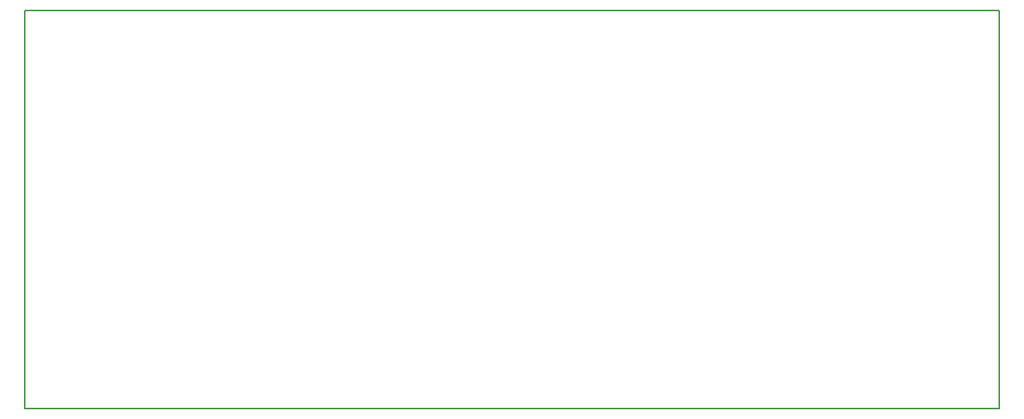
<source format=gm1>
G04 #@! TF.FileFunction,Profile,NP*
%FSLAX46Y46*%
G04 Gerber Fmt 4.6, Leading zero omitted, Abs format (unit mm)*
G04 Created by KiCad (PCBNEW 4.0.1-stable) date 12/21/16 05:40:26*
%MOMM*%
G01*
G04 APERTURE LIST*
%ADD10C,0.100000*%
%ADD11C,0.150000*%
G04 APERTURE END LIST*
D10*
D11*
X100000000Y-110000000D02*
X100000000Y-65000000D01*
X210000000Y-110000000D02*
X100000000Y-110000000D01*
X210000000Y-65000000D02*
X210000000Y-110000000D01*
X100000000Y-65000000D02*
X210000000Y-65000000D01*
M02*

</source>
